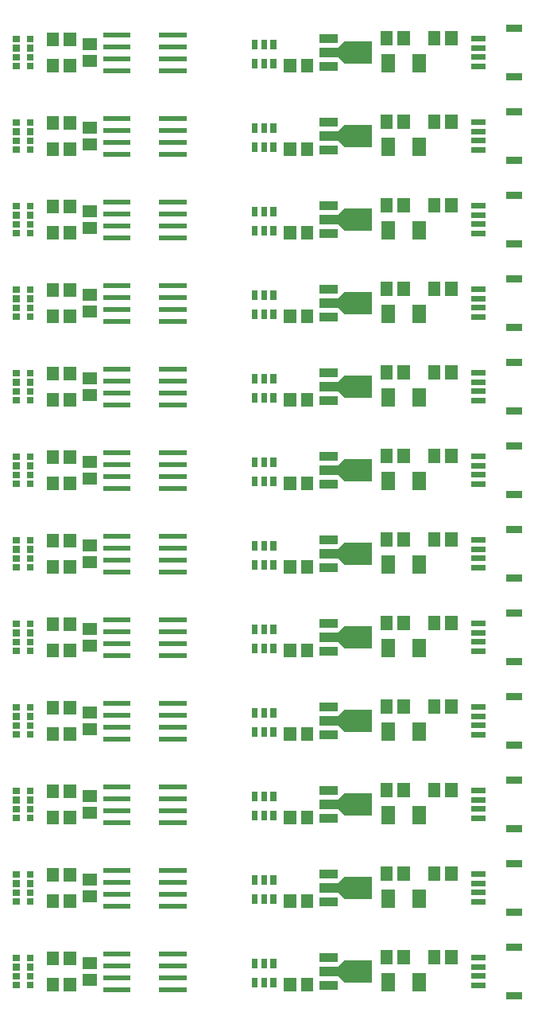
<source format=gbr>
G04 start of page 11 for group -4015 idx -4015 *
G04 Title: (unknown), toppaste *
G04 Creator: pcb 4.0.2 *
G04 CreationDate: Fri Mar 17 02:59:37 2023 UTC *
G04 For: railfan *
G04 Format: Gerber/RS-274X *
G04 PCB-Dimensions (mil): 3000.00 5500.00 *
G04 PCB-Coordinate-Origin: lower left *
%MOIN*%
%FSLAX25Y25*%
%LNTOPPASTE*%
%ADD52C,0.0001*%
G54D52*G36*
X228750Y466750D02*X223250D01*
Y459250D01*
X228750D01*
Y466750D01*
G37*
G36*
X215750D02*X210250D01*
Y459250D01*
X215750D01*
Y466750D01*
G37*
G36*
X85048Y466516D02*Y461398D01*
X90952D01*
Y466516D01*
X85048D01*
G37*
G36*
Y473602D02*Y468484D01*
X90952D01*
Y473602D01*
X85048D01*
G37*
G36*
X75016Y464952D02*X69898D01*
Y459048D01*
X75016D01*
Y464952D01*
G37*
G36*
X82102D02*X76984D01*
Y459048D01*
X82102D01*
Y464952D01*
G37*
G36*
X75016Y475952D02*X69898D01*
Y470048D01*
X75016D01*
Y475952D01*
G37*
G36*
X82102D02*X76984D01*
Y470048D01*
X82102D01*
Y475952D01*
G37*
G36*
X247949Y462775D02*Y460413D01*
X254051D01*
Y462775D01*
X247949D01*
G37*
G36*
Y466712D02*Y464350D01*
X254051D01*
Y466712D01*
X247949D01*
G37*
G36*
Y470650D02*Y468288D01*
X254051D01*
Y470650D01*
X247949D01*
G37*
G36*
Y474587D02*Y472225D01*
X254051D01*
Y474587D01*
X247949D01*
G37*
G36*
X262718Y458833D02*Y455733D01*
X269085D01*
Y458833D01*
X262718D01*
G37*
G36*
Y479267D02*Y476167D01*
X269085D01*
Y479267D01*
X262718D01*
G37*
G36*
X166100Y473000D02*X163700D01*
Y469000D01*
X166100D01*
Y473000D01*
G37*
G36*
X162200D02*X159800D01*
Y469000D01*
X162200D01*
Y473000D01*
G37*
G36*
X158300D02*X155900D01*
Y469000D01*
X158300D01*
Y473000D01*
G37*
G36*
Y464800D02*X155900D01*
Y460800D01*
X158300D01*
Y464800D01*
G37*
G36*
X162200D02*X159800D01*
Y460800D01*
X162200D01*
Y464800D01*
G37*
G36*
X166100D02*X163700D01*
Y460800D01*
X166100D01*
Y464800D01*
G37*
G36*
X184126Y475296D02*Y471516D01*
X192000D01*
Y475296D01*
X184126D01*
G37*
G36*
Y469390D02*Y465610D01*
X199716D01*
Y469390D01*
X184126D01*
G37*
G36*
X194835Y472225D02*Y462775D01*
X206175D01*
Y472225D01*
X194835D01*
G37*
G36*
X196255Y470805D02*X194835Y472225D01*
X191995Y469385D01*
X193415Y467965D01*
X196255Y470805D01*
G37*
G36*
X193415Y467035D02*X191995Y465615D01*
X194835Y462775D01*
X196255Y464195D01*
X193415Y467035D01*
G37*
G36*
X184126Y463484D02*Y459704D01*
X192000D01*
Y463484D01*
X184126D01*
G37*
G36*
X181602Y464952D02*X176484D01*
Y459048D01*
X181602D01*
Y464952D01*
G37*
G36*
X174516D02*X169398D01*
Y459048D01*
X174516D01*
Y464952D01*
G37*
G36*
X215016Y476452D02*X209898D01*
Y470548D01*
X215016D01*
Y476452D01*
G37*
G36*
X222102D02*X216984D01*
Y470548D01*
X222102D01*
Y476452D01*
G37*
G36*
X235016D02*X229898D01*
Y470548D01*
X235016D01*
Y476452D01*
G37*
G36*
X242102D02*X236984D01*
Y470548D01*
X242102D01*
Y476452D01*
G37*
G36*
X96500Y476000D02*Y474000D01*
X105000D01*
Y476000D01*
X96500D01*
G37*
G36*
Y471000D02*Y469000D01*
X105000D01*
Y471000D01*
X96500D01*
G37*
G36*
Y466000D02*Y464000D01*
X105000D01*
Y466000D01*
X96500D01*
G37*
G36*
Y461000D02*Y459000D01*
X105000D01*
Y461000D01*
X96500D01*
G37*
G36*
X117000D02*Y459000D01*
X125500D01*
Y461000D01*
X117000D01*
G37*
G36*
Y466000D02*Y464000D01*
X125500D01*
Y466000D01*
X117000D01*
G37*
G36*
Y471000D02*Y469000D01*
X125500D01*
Y471000D01*
X117000D01*
G37*
G36*
Y476000D02*Y474000D01*
X125500D01*
Y476000D01*
X117000D01*
G37*
G36*
X93500D02*Y474000D01*
X102000D01*
Y476000D01*
X93500D01*
G37*
G36*
Y471000D02*Y469000D01*
X102000D01*
Y471000D01*
X93500D01*
G37*
G36*
Y466000D02*Y464000D01*
X102000D01*
Y466000D01*
X93500D01*
G37*
G36*
Y461000D02*Y459000D01*
X102000D01*
Y461000D01*
X93500D01*
G37*
G36*
X120000D02*Y459000D01*
X128500D01*
Y461000D01*
X120000D01*
G37*
G36*
Y466000D02*Y464000D01*
X128500D01*
Y466000D01*
X120000D01*
G37*
G36*
Y471000D02*Y469000D01*
X128500D01*
Y471000D01*
X120000D01*
G37*
G36*
Y476000D02*Y474000D01*
X128500D01*
Y476000D01*
X120000D01*
G37*
G36*
X61574Y463190D02*Y460354D01*
X64410D01*
Y463190D01*
X61574D01*
G37*
G36*
Y467008D02*Y464173D01*
X64410D01*
Y467008D01*
X61574D01*
G37*
G36*
Y470827D02*Y467992D01*
X64410D01*
Y470827D01*
X61574D01*
G37*
G36*
Y474646D02*Y471810D01*
X64410D01*
Y474646D01*
X61574D01*
G37*
G36*
X55590D02*Y471810D01*
X58426D01*
Y474646D01*
X55590D01*
G37*
G36*
Y470827D02*Y467992D01*
X58426D01*
Y470827D01*
X55590D01*
G37*
G36*
Y467008D02*Y464173D01*
X58426D01*
Y467008D01*
X55590D01*
G37*
G36*
Y463190D02*Y460354D01*
X58426D01*
Y463190D01*
X55590D01*
G37*
G36*
X228750Y431750D02*X223250D01*
Y424250D01*
X228750D01*
Y431750D01*
G37*
G36*
X215750D02*X210250D01*
Y424250D01*
X215750D01*
Y431750D01*
G37*
G36*
X85048Y431516D02*Y426398D01*
X90952D01*
Y431516D01*
X85048D01*
G37*
G36*
Y438602D02*Y433484D01*
X90952D01*
Y438602D01*
X85048D01*
G37*
G36*
X75016Y429952D02*X69898D01*
Y424048D01*
X75016D01*
Y429952D01*
G37*
G36*
X82102D02*X76984D01*
Y424048D01*
X82102D01*
Y429952D01*
G37*
G36*
X75016Y440952D02*X69898D01*
Y435048D01*
X75016D01*
Y440952D01*
G37*
G36*
X82102D02*X76984D01*
Y435048D01*
X82102D01*
Y440952D01*
G37*
G36*
X247949Y427775D02*Y425413D01*
X254051D01*
Y427775D01*
X247949D01*
G37*
G36*
Y431712D02*Y429350D01*
X254051D01*
Y431712D01*
X247949D01*
G37*
G36*
Y435650D02*Y433288D01*
X254051D01*
Y435650D01*
X247949D01*
G37*
G36*
Y439587D02*Y437225D01*
X254051D01*
Y439587D01*
X247949D01*
G37*
G36*
X262718Y423833D02*Y420733D01*
X269085D01*
Y423833D01*
X262718D01*
G37*
G36*
Y444267D02*Y441167D01*
X269085D01*
Y444267D01*
X262718D01*
G37*
G36*
X166100Y438000D02*X163700D01*
Y434000D01*
X166100D01*
Y438000D01*
G37*
G36*
X162200D02*X159800D01*
Y434000D01*
X162200D01*
Y438000D01*
G37*
G36*
X158300D02*X155900D01*
Y434000D01*
X158300D01*
Y438000D01*
G37*
G36*
Y429800D02*X155900D01*
Y425800D01*
X158300D01*
Y429800D01*
G37*
G36*
X162200D02*X159800D01*
Y425800D01*
X162200D01*
Y429800D01*
G37*
G36*
X166100D02*X163700D01*
Y425800D01*
X166100D01*
Y429800D01*
G37*
G36*
X184126Y440296D02*Y436516D01*
X192000D01*
Y440296D01*
X184126D01*
G37*
G36*
Y434390D02*Y430610D01*
X199716D01*
Y434390D01*
X184126D01*
G37*
G36*
X194835Y437225D02*Y427775D01*
X206175D01*
Y437225D01*
X194835D01*
G37*
G36*
X196255Y435805D02*X194835Y437225D01*
X191995Y434385D01*
X193415Y432965D01*
X196255Y435805D01*
G37*
G36*
X193415Y432035D02*X191995Y430615D01*
X194835Y427775D01*
X196255Y429195D01*
X193415Y432035D01*
G37*
G36*
X184126Y428484D02*Y424704D01*
X192000D01*
Y428484D01*
X184126D01*
G37*
G36*
X181602Y429952D02*X176484D01*
Y424048D01*
X181602D01*
Y429952D01*
G37*
G36*
X174516D02*X169398D01*
Y424048D01*
X174516D01*
Y429952D01*
G37*
G36*
X215016Y441452D02*X209898D01*
Y435548D01*
X215016D01*
Y441452D01*
G37*
G36*
X222102D02*X216984D01*
Y435548D01*
X222102D01*
Y441452D01*
G37*
G36*
X235016D02*X229898D01*
Y435548D01*
X235016D01*
Y441452D01*
G37*
G36*
X242102D02*X236984D01*
Y435548D01*
X242102D01*
Y441452D01*
G37*
G36*
X96500Y441000D02*Y439000D01*
X105000D01*
Y441000D01*
X96500D01*
G37*
G36*
Y436000D02*Y434000D01*
X105000D01*
Y436000D01*
X96500D01*
G37*
G36*
Y431000D02*Y429000D01*
X105000D01*
Y431000D01*
X96500D01*
G37*
G36*
Y426000D02*Y424000D01*
X105000D01*
Y426000D01*
X96500D01*
G37*
G36*
X117000D02*Y424000D01*
X125500D01*
Y426000D01*
X117000D01*
G37*
G36*
Y431000D02*Y429000D01*
X125500D01*
Y431000D01*
X117000D01*
G37*
G36*
Y436000D02*Y434000D01*
X125500D01*
Y436000D01*
X117000D01*
G37*
G36*
Y441000D02*Y439000D01*
X125500D01*
Y441000D01*
X117000D01*
G37*
G36*
X93500D02*Y439000D01*
X102000D01*
Y441000D01*
X93500D01*
G37*
G36*
Y436000D02*Y434000D01*
X102000D01*
Y436000D01*
X93500D01*
G37*
G36*
Y431000D02*Y429000D01*
X102000D01*
Y431000D01*
X93500D01*
G37*
G36*
Y426000D02*Y424000D01*
X102000D01*
Y426000D01*
X93500D01*
G37*
G36*
X120000D02*Y424000D01*
X128500D01*
Y426000D01*
X120000D01*
G37*
G36*
Y431000D02*Y429000D01*
X128500D01*
Y431000D01*
X120000D01*
G37*
G36*
Y436000D02*Y434000D01*
X128500D01*
Y436000D01*
X120000D01*
G37*
G36*
Y441000D02*Y439000D01*
X128500D01*
Y441000D01*
X120000D01*
G37*
G36*
X61574Y428190D02*Y425354D01*
X64410D01*
Y428190D01*
X61574D01*
G37*
G36*
Y432008D02*Y429173D01*
X64410D01*
Y432008D01*
X61574D01*
G37*
G36*
Y435827D02*Y432992D01*
X64410D01*
Y435827D01*
X61574D01*
G37*
G36*
Y439646D02*Y436810D01*
X64410D01*
Y439646D01*
X61574D01*
G37*
G36*
X55590D02*Y436810D01*
X58426D01*
Y439646D01*
X55590D01*
G37*
G36*
Y435827D02*Y432992D01*
X58426D01*
Y435827D01*
X55590D01*
G37*
G36*
Y432008D02*Y429173D01*
X58426D01*
Y432008D01*
X55590D01*
G37*
G36*
Y428190D02*Y425354D01*
X58426D01*
Y428190D01*
X55590D01*
G37*
G36*
X228750Y396750D02*X223250D01*
Y389250D01*
X228750D01*
Y396750D01*
G37*
G36*
X215750D02*X210250D01*
Y389250D01*
X215750D01*
Y396750D01*
G37*
G36*
X85048Y396516D02*Y391398D01*
X90952D01*
Y396516D01*
X85048D01*
G37*
G36*
Y403602D02*Y398484D01*
X90952D01*
Y403602D01*
X85048D01*
G37*
G36*
X75016Y394952D02*X69898D01*
Y389048D01*
X75016D01*
Y394952D01*
G37*
G36*
X82102D02*X76984D01*
Y389048D01*
X82102D01*
Y394952D01*
G37*
G36*
X75016Y405952D02*X69898D01*
Y400048D01*
X75016D01*
Y405952D01*
G37*
G36*
X82102D02*X76984D01*
Y400048D01*
X82102D01*
Y405952D01*
G37*
G36*
X247949Y392775D02*Y390413D01*
X254051D01*
Y392775D01*
X247949D01*
G37*
G36*
Y396712D02*Y394350D01*
X254051D01*
Y396712D01*
X247949D01*
G37*
G36*
Y400650D02*Y398288D01*
X254051D01*
Y400650D01*
X247949D01*
G37*
G36*
Y404587D02*Y402225D01*
X254051D01*
Y404587D01*
X247949D01*
G37*
G36*
X262718Y388833D02*Y385733D01*
X269085D01*
Y388833D01*
X262718D01*
G37*
G36*
Y409267D02*Y406167D01*
X269085D01*
Y409267D01*
X262718D01*
G37*
G36*
X166100Y403000D02*X163700D01*
Y399000D01*
X166100D01*
Y403000D01*
G37*
G36*
X162200D02*X159800D01*
Y399000D01*
X162200D01*
Y403000D01*
G37*
G36*
X158300D02*X155900D01*
Y399000D01*
X158300D01*
Y403000D01*
G37*
G36*
Y394800D02*X155900D01*
Y390800D01*
X158300D01*
Y394800D01*
G37*
G36*
X162200D02*X159800D01*
Y390800D01*
X162200D01*
Y394800D01*
G37*
G36*
X166100D02*X163700D01*
Y390800D01*
X166100D01*
Y394800D01*
G37*
G36*
X184126Y405296D02*Y401516D01*
X192000D01*
Y405296D01*
X184126D01*
G37*
G36*
Y399390D02*Y395610D01*
X199716D01*
Y399390D01*
X184126D01*
G37*
G36*
X194835Y402225D02*Y392775D01*
X206175D01*
Y402225D01*
X194835D01*
G37*
G36*
X196255Y400805D02*X194835Y402225D01*
X191995Y399385D01*
X193415Y397965D01*
X196255Y400805D01*
G37*
G36*
X193415Y397035D02*X191995Y395615D01*
X194835Y392775D01*
X196255Y394195D01*
X193415Y397035D01*
G37*
G36*
X184126Y393484D02*Y389704D01*
X192000D01*
Y393484D01*
X184126D01*
G37*
G36*
X181602Y394952D02*X176484D01*
Y389048D01*
X181602D01*
Y394952D01*
G37*
G36*
X174516D02*X169398D01*
Y389048D01*
X174516D01*
Y394952D01*
G37*
G36*
X215016Y406452D02*X209898D01*
Y400548D01*
X215016D01*
Y406452D01*
G37*
G36*
X222102D02*X216984D01*
Y400548D01*
X222102D01*
Y406452D01*
G37*
G36*
X235016D02*X229898D01*
Y400548D01*
X235016D01*
Y406452D01*
G37*
G36*
X242102D02*X236984D01*
Y400548D01*
X242102D01*
Y406452D01*
G37*
G36*
X96500Y406000D02*Y404000D01*
X105000D01*
Y406000D01*
X96500D01*
G37*
G36*
Y401000D02*Y399000D01*
X105000D01*
Y401000D01*
X96500D01*
G37*
G36*
Y396000D02*Y394000D01*
X105000D01*
Y396000D01*
X96500D01*
G37*
G36*
Y391000D02*Y389000D01*
X105000D01*
Y391000D01*
X96500D01*
G37*
G36*
X117000D02*Y389000D01*
X125500D01*
Y391000D01*
X117000D01*
G37*
G36*
Y396000D02*Y394000D01*
X125500D01*
Y396000D01*
X117000D01*
G37*
G36*
Y401000D02*Y399000D01*
X125500D01*
Y401000D01*
X117000D01*
G37*
G36*
Y406000D02*Y404000D01*
X125500D01*
Y406000D01*
X117000D01*
G37*
G36*
X93500D02*Y404000D01*
X102000D01*
Y406000D01*
X93500D01*
G37*
G36*
Y401000D02*Y399000D01*
X102000D01*
Y401000D01*
X93500D01*
G37*
G36*
Y396000D02*Y394000D01*
X102000D01*
Y396000D01*
X93500D01*
G37*
G36*
Y391000D02*Y389000D01*
X102000D01*
Y391000D01*
X93500D01*
G37*
G36*
X120000D02*Y389000D01*
X128500D01*
Y391000D01*
X120000D01*
G37*
G36*
Y396000D02*Y394000D01*
X128500D01*
Y396000D01*
X120000D01*
G37*
G36*
Y401000D02*Y399000D01*
X128500D01*
Y401000D01*
X120000D01*
G37*
G36*
Y406000D02*Y404000D01*
X128500D01*
Y406000D01*
X120000D01*
G37*
G36*
X61574Y393190D02*Y390354D01*
X64410D01*
Y393190D01*
X61574D01*
G37*
G36*
Y397008D02*Y394174D01*
X64410D01*
Y397008D01*
X61574D01*
G37*
G36*
Y400826D02*Y397992D01*
X64410D01*
Y400826D01*
X61574D01*
G37*
G36*
Y404646D02*Y401810D01*
X64410D01*
Y404646D01*
X61574D01*
G37*
G36*
X55590D02*Y401810D01*
X58426D01*
Y404646D01*
X55590D01*
G37*
G36*
Y400826D02*Y397992D01*
X58426D01*
Y400826D01*
X55590D01*
G37*
G36*
Y397008D02*Y394174D01*
X58426D01*
Y397008D01*
X55590D01*
G37*
G36*
Y393190D02*Y390354D01*
X58426D01*
Y393190D01*
X55590D01*
G37*
G36*
X228750Y361750D02*X223250D01*
Y354250D01*
X228750D01*
Y361750D01*
G37*
G36*
X215750D02*X210250D01*
Y354250D01*
X215750D01*
Y361750D01*
G37*
G36*
X85048Y361516D02*Y356398D01*
X90952D01*
Y361516D01*
X85048D01*
G37*
G36*
Y368602D02*Y363484D01*
X90952D01*
Y368602D01*
X85048D01*
G37*
G36*
X75016Y359952D02*X69898D01*
Y354048D01*
X75016D01*
Y359952D01*
G37*
G36*
X82102D02*X76984D01*
Y354048D01*
X82102D01*
Y359952D01*
G37*
G36*
X75016Y370952D02*X69898D01*
Y365048D01*
X75016D01*
Y370952D01*
G37*
G36*
X82102D02*X76984D01*
Y365048D01*
X82102D01*
Y370952D01*
G37*
G36*
X247949Y357775D02*Y355413D01*
X254051D01*
Y357775D01*
X247949D01*
G37*
G36*
Y361712D02*Y359350D01*
X254051D01*
Y361712D01*
X247949D01*
G37*
G36*
Y365650D02*Y363288D01*
X254051D01*
Y365650D01*
X247949D01*
G37*
G36*
Y369587D02*Y367225D01*
X254051D01*
Y369587D01*
X247949D01*
G37*
G36*
X262718Y353833D02*Y350733D01*
X269085D01*
Y353833D01*
X262718D01*
G37*
G36*
Y374267D02*Y371167D01*
X269085D01*
Y374267D01*
X262718D01*
G37*
G36*
X166100Y368000D02*X163700D01*
Y364000D01*
X166100D01*
Y368000D01*
G37*
G36*
X162200D02*X159800D01*
Y364000D01*
X162200D01*
Y368000D01*
G37*
G36*
X158300D02*X155900D01*
Y364000D01*
X158300D01*
Y368000D01*
G37*
G36*
Y359800D02*X155900D01*
Y355800D01*
X158300D01*
Y359800D01*
G37*
G36*
X162200D02*X159800D01*
Y355800D01*
X162200D01*
Y359800D01*
G37*
G36*
X166100D02*X163700D01*
Y355800D01*
X166100D01*
Y359800D01*
G37*
G36*
X184126Y370296D02*Y366516D01*
X192000D01*
Y370296D01*
X184126D01*
G37*
G36*
Y364390D02*Y360610D01*
X199716D01*
Y364390D01*
X184126D01*
G37*
G36*
X194835Y367225D02*Y357775D01*
X206175D01*
Y367225D01*
X194835D01*
G37*
G36*
X196255Y365805D02*X194835Y367225D01*
X191995Y364385D01*
X193415Y362965D01*
X196255Y365805D01*
G37*
G36*
X193415Y362035D02*X191995Y360615D01*
X194835Y357775D01*
X196255Y359195D01*
X193415Y362035D01*
G37*
G36*
X184126Y358484D02*Y354704D01*
X192000D01*
Y358484D01*
X184126D01*
G37*
G36*
X181602Y359952D02*X176484D01*
Y354048D01*
X181602D01*
Y359952D01*
G37*
G36*
X174516D02*X169398D01*
Y354048D01*
X174516D01*
Y359952D01*
G37*
G36*
X215016Y371452D02*X209898D01*
Y365548D01*
X215016D01*
Y371452D01*
G37*
G36*
X222102D02*X216984D01*
Y365548D01*
X222102D01*
Y371452D01*
G37*
G36*
X235016D02*X229898D01*
Y365548D01*
X235016D01*
Y371452D01*
G37*
G36*
X242102D02*X236984D01*
Y365548D01*
X242102D01*
Y371452D01*
G37*
G36*
X96500Y371000D02*Y369000D01*
X105000D01*
Y371000D01*
X96500D01*
G37*
G36*
Y366000D02*Y364000D01*
X105000D01*
Y366000D01*
X96500D01*
G37*
G36*
Y361000D02*Y359000D01*
X105000D01*
Y361000D01*
X96500D01*
G37*
G36*
Y356000D02*Y354000D01*
X105000D01*
Y356000D01*
X96500D01*
G37*
G36*
X117000D02*Y354000D01*
X125500D01*
Y356000D01*
X117000D01*
G37*
G36*
Y361000D02*Y359000D01*
X125500D01*
Y361000D01*
X117000D01*
G37*
G36*
Y366000D02*Y364000D01*
X125500D01*
Y366000D01*
X117000D01*
G37*
G36*
Y371000D02*Y369000D01*
X125500D01*
Y371000D01*
X117000D01*
G37*
G36*
X93500D02*Y369000D01*
X102000D01*
Y371000D01*
X93500D01*
G37*
G36*
Y366000D02*Y364000D01*
X102000D01*
Y366000D01*
X93500D01*
G37*
G36*
Y361000D02*Y359000D01*
X102000D01*
Y361000D01*
X93500D01*
G37*
G36*
Y356000D02*Y354000D01*
X102000D01*
Y356000D01*
X93500D01*
G37*
G36*
X120000D02*Y354000D01*
X128500D01*
Y356000D01*
X120000D01*
G37*
G36*
Y361000D02*Y359000D01*
X128500D01*
Y361000D01*
X120000D01*
G37*
G36*
Y366000D02*Y364000D01*
X128500D01*
Y366000D01*
X120000D01*
G37*
G36*
Y371000D02*Y369000D01*
X128500D01*
Y371000D01*
X120000D01*
G37*
G36*
X61574Y358190D02*Y355354D01*
X64410D01*
Y358190D01*
X61574D01*
G37*
G36*
Y362008D02*Y359174D01*
X64410D01*
Y362008D01*
X61574D01*
G37*
G36*
Y365826D02*Y362992D01*
X64410D01*
Y365826D01*
X61574D01*
G37*
G36*
Y369646D02*Y366810D01*
X64410D01*
Y369646D01*
X61574D01*
G37*
G36*
X55590D02*Y366810D01*
X58426D01*
Y369646D01*
X55590D01*
G37*
G36*
Y365826D02*Y362992D01*
X58426D01*
Y365826D01*
X55590D01*
G37*
G36*
Y362008D02*Y359174D01*
X58426D01*
Y362008D01*
X55590D01*
G37*
G36*
Y358190D02*Y355354D01*
X58426D01*
Y358190D01*
X55590D01*
G37*
G36*
X228750Y326750D02*X223250D01*
Y319250D01*
X228750D01*
Y326750D01*
G37*
G36*
X215750D02*X210250D01*
Y319250D01*
X215750D01*
Y326750D01*
G37*
G36*
X85048Y326516D02*Y321398D01*
X90952D01*
Y326516D01*
X85048D01*
G37*
G36*
Y333602D02*Y328484D01*
X90952D01*
Y333602D01*
X85048D01*
G37*
G36*
X75016Y324952D02*X69898D01*
Y319048D01*
X75016D01*
Y324952D01*
G37*
G36*
X82102D02*X76984D01*
Y319048D01*
X82102D01*
Y324952D01*
G37*
G36*
X75016Y335952D02*X69898D01*
Y330048D01*
X75016D01*
Y335952D01*
G37*
G36*
X82102D02*X76984D01*
Y330048D01*
X82102D01*
Y335952D01*
G37*
G36*
X247949Y322775D02*Y320413D01*
X254051D01*
Y322775D01*
X247949D01*
G37*
G36*
Y326712D02*Y324350D01*
X254051D01*
Y326712D01*
X247949D01*
G37*
G36*
Y330650D02*Y328288D01*
X254051D01*
Y330650D01*
X247949D01*
G37*
G36*
Y334587D02*Y332225D01*
X254051D01*
Y334587D01*
X247949D01*
G37*
G36*
X262718Y318833D02*Y315733D01*
X269085D01*
Y318833D01*
X262718D01*
G37*
G36*
Y339267D02*Y336167D01*
X269085D01*
Y339267D01*
X262718D01*
G37*
G36*
X166100Y333000D02*X163700D01*
Y329000D01*
X166100D01*
Y333000D01*
G37*
G36*
X162200D02*X159800D01*
Y329000D01*
X162200D01*
Y333000D01*
G37*
G36*
X158300D02*X155900D01*
Y329000D01*
X158300D01*
Y333000D01*
G37*
G36*
Y324800D02*X155900D01*
Y320800D01*
X158300D01*
Y324800D01*
G37*
G36*
X162200D02*X159800D01*
Y320800D01*
X162200D01*
Y324800D01*
G37*
G36*
X166100D02*X163700D01*
Y320800D01*
X166100D01*
Y324800D01*
G37*
G36*
X184126Y335296D02*Y331516D01*
X192000D01*
Y335296D01*
X184126D01*
G37*
G36*
Y329390D02*Y325610D01*
X199716D01*
Y329390D01*
X184126D01*
G37*
G36*
X194835Y332225D02*Y322775D01*
X206175D01*
Y332225D01*
X194835D01*
G37*
G36*
X196255Y330805D02*X194835Y332225D01*
X191995Y329385D01*
X193415Y327965D01*
X196255Y330805D01*
G37*
G36*
X193415Y327035D02*X191995Y325615D01*
X194835Y322775D01*
X196255Y324195D01*
X193415Y327035D01*
G37*
G36*
X184126Y323484D02*Y319704D01*
X192000D01*
Y323484D01*
X184126D01*
G37*
G36*
X181602Y324952D02*X176484D01*
Y319048D01*
X181602D01*
Y324952D01*
G37*
G36*
X174516D02*X169398D01*
Y319048D01*
X174516D01*
Y324952D01*
G37*
G36*
X215016Y336452D02*X209898D01*
Y330548D01*
X215016D01*
Y336452D01*
G37*
G36*
X222102D02*X216984D01*
Y330548D01*
X222102D01*
Y336452D01*
G37*
G36*
X235016D02*X229898D01*
Y330548D01*
X235016D01*
Y336452D01*
G37*
G36*
X242102D02*X236984D01*
Y330548D01*
X242102D01*
Y336452D01*
G37*
G36*
X96500Y336000D02*Y334000D01*
X105000D01*
Y336000D01*
X96500D01*
G37*
G36*
Y331000D02*Y329000D01*
X105000D01*
Y331000D01*
X96500D01*
G37*
G36*
Y326000D02*Y324000D01*
X105000D01*
Y326000D01*
X96500D01*
G37*
G36*
Y321000D02*Y319000D01*
X105000D01*
Y321000D01*
X96500D01*
G37*
G36*
X117000D02*Y319000D01*
X125500D01*
Y321000D01*
X117000D01*
G37*
G36*
Y326000D02*Y324000D01*
X125500D01*
Y326000D01*
X117000D01*
G37*
G36*
Y331000D02*Y329000D01*
X125500D01*
Y331000D01*
X117000D01*
G37*
G36*
Y336000D02*Y334000D01*
X125500D01*
Y336000D01*
X117000D01*
G37*
G36*
X93500D02*Y334000D01*
X102000D01*
Y336000D01*
X93500D01*
G37*
G36*
Y331000D02*Y329000D01*
X102000D01*
Y331000D01*
X93500D01*
G37*
G36*
Y326000D02*Y324000D01*
X102000D01*
Y326000D01*
X93500D01*
G37*
G36*
Y321000D02*Y319000D01*
X102000D01*
Y321000D01*
X93500D01*
G37*
G36*
X120000D02*Y319000D01*
X128500D01*
Y321000D01*
X120000D01*
G37*
G36*
Y326000D02*Y324000D01*
X128500D01*
Y326000D01*
X120000D01*
G37*
G36*
Y331000D02*Y329000D01*
X128500D01*
Y331000D01*
X120000D01*
G37*
G36*
Y336000D02*Y334000D01*
X128500D01*
Y336000D01*
X120000D01*
G37*
G36*
X61574Y323190D02*Y320354D01*
X64410D01*
Y323190D01*
X61574D01*
G37*
G36*
Y327008D02*Y324174D01*
X64410D01*
Y327008D01*
X61574D01*
G37*
G36*
Y330826D02*Y327992D01*
X64410D01*
Y330826D01*
X61574D01*
G37*
G36*
Y334646D02*Y331810D01*
X64410D01*
Y334646D01*
X61574D01*
G37*
G36*
X55590D02*Y331810D01*
X58426D01*
Y334646D01*
X55590D01*
G37*
G36*
Y330826D02*Y327992D01*
X58426D01*
Y330826D01*
X55590D01*
G37*
G36*
Y327008D02*Y324174D01*
X58426D01*
Y327008D01*
X55590D01*
G37*
G36*
Y323190D02*Y320354D01*
X58426D01*
Y323190D01*
X55590D01*
G37*
G36*
X228750Y291750D02*X223250D01*
Y284250D01*
X228750D01*
Y291750D01*
G37*
G36*
X215750D02*X210250D01*
Y284250D01*
X215750D01*
Y291750D01*
G37*
G36*
X85048Y291516D02*Y286398D01*
X90952D01*
Y291516D01*
X85048D01*
G37*
G36*
Y298602D02*Y293484D01*
X90952D01*
Y298602D01*
X85048D01*
G37*
G36*
X75016Y289952D02*X69898D01*
Y284048D01*
X75016D01*
Y289952D01*
G37*
G36*
X82102D02*X76984D01*
Y284048D01*
X82102D01*
Y289952D01*
G37*
G36*
X75016Y300952D02*X69898D01*
Y295048D01*
X75016D01*
Y300952D01*
G37*
G36*
X82102D02*X76984D01*
Y295048D01*
X82102D01*
Y300952D01*
G37*
G36*
X247949Y287775D02*Y285413D01*
X254051D01*
Y287775D01*
X247949D01*
G37*
G36*
Y291712D02*Y289350D01*
X254051D01*
Y291712D01*
X247949D01*
G37*
G36*
Y295650D02*Y293288D01*
X254051D01*
Y295650D01*
X247949D01*
G37*
G36*
Y299587D02*Y297225D01*
X254051D01*
Y299587D01*
X247949D01*
G37*
G36*
X262718Y283833D02*Y280733D01*
X269085D01*
Y283833D01*
X262718D01*
G37*
G36*
Y304267D02*Y301167D01*
X269085D01*
Y304267D01*
X262718D01*
G37*
G36*
X166100Y298000D02*X163700D01*
Y294000D01*
X166100D01*
Y298000D01*
G37*
G36*
X162200D02*X159800D01*
Y294000D01*
X162200D01*
Y298000D01*
G37*
G36*
X158300D02*X155900D01*
Y294000D01*
X158300D01*
Y298000D01*
G37*
G36*
Y289800D02*X155900D01*
Y285800D01*
X158300D01*
Y289800D01*
G37*
G36*
X162200D02*X159800D01*
Y285800D01*
X162200D01*
Y289800D01*
G37*
G36*
X166100D02*X163700D01*
Y285800D01*
X166100D01*
Y289800D01*
G37*
G36*
X184126Y300296D02*Y296516D01*
X192000D01*
Y300296D01*
X184126D01*
G37*
G36*
Y294390D02*Y290610D01*
X199716D01*
Y294390D01*
X184126D01*
G37*
G36*
X194835Y297225D02*Y287775D01*
X206175D01*
Y297225D01*
X194835D01*
G37*
G36*
X196255Y295805D02*X194835Y297225D01*
X191995Y294385D01*
X193415Y292965D01*
X196255Y295805D01*
G37*
G36*
X193415Y292035D02*X191995Y290615D01*
X194835Y287775D01*
X196255Y289195D01*
X193415Y292035D01*
G37*
G36*
X184126Y288484D02*Y284704D01*
X192000D01*
Y288484D01*
X184126D01*
G37*
G36*
X181602Y289952D02*X176484D01*
Y284048D01*
X181602D01*
Y289952D01*
G37*
G36*
X174516D02*X169398D01*
Y284048D01*
X174516D01*
Y289952D01*
G37*
G36*
X215016Y301452D02*X209898D01*
Y295548D01*
X215016D01*
Y301452D01*
G37*
G36*
X222102D02*X216984D01*
Y295548D01*
X222102D01*
Y301452D01*
G37*
G36*
X235016D02*X229898D01*
Y295548D01*
X235016D01*
Y301452D01*
G37*
G36*
X242102D02*X236984D01*
Y295548D01*
X242102D01*
Y301452D01*
G37*
G36*
X96500Y301000D02*Y299000D01*
X105000D01*
Y301000D01*
X96500D01*
G37*
G36*
Y296000D02*Y294000D01*
X105000D01*
Y296000D01*
X96500D01*
G37*
G36*
Y291000D02*Y289000D01*
X105000D01*
Y291000D01*
X96500D01*
G37*
G36*
Y286000D02*Y284000D01*
X105000D01*
Y286000D01*
X96500D01*
G37*
G36*
X117000D02*Y284000D01*
X125500D01*
Y286000D01*
X117000D01*
G37*
G36*
Y291000D02*Y289000D01*
X125500D01*
Y291000D01*
X117000D01*
G37*
G36*
Y296000D02*Y294000D01*
X125500D01*
Y296000D01*
X117000D01*
G37*
G36*
Y301000D02*Y299000D01*
X125500D01*
Y301000D01*
X117000D01*
G37*
G36*
X93500D02*Y299000D01*
X102000D01*
Y301000D01*
X93500D01*
G37*
G36*
Y296000D02*Y294000D01*
X102000D01*
Y296000D01*
X93500D01*
G37*
G36*
Y291000D02*Y289000D01*
X102000D01*
Y291000D01*
X93500D01*
G37*
G36*
Y286000D02*Y284000D01*
X102000D01*
Y286000D01*
X93500D01*
G37*
G36*
X120000D02*Y284000D01*
X128500D01*
Y286000D01*
X120000D01*
G37*
G36*
Y291000D02*Y289000D01*
X128500D01*
Y291000D01*
X120000D01*
G37*
G36*
Y296000D02*Y294000D01*
X128500D01*
Y296000D01*
X120000D01*
G37*
G36*
Y301000D02*Y299000D01*
X128500D01*
Y301000D01*
X120000D01*
G37*
G36*
X61574Y288190D02*Y285354D01*
X64410D01*
Y288190D01*
X61574D01*
G37*
G36*
Y292008D02*Y289174D01*
X64410D01*
Y292008D01*
X61574D01*
G37*
G36*
Y295826D02*Y292992D01*
X64410D01*
Y295826D01*
X61574D01*
G37*
G36*
Y299646D02*Y296810D01*
X64410D01*
Y299646D01*
X61574D01*
G37*
G36*
X55590D02*Y296810D01*
X58426D01*
Y299646D01*
X55590D01*
G37*
G36*
Y295826D02*Y292992D01*
X58426D01*
Y295826D01*
X55590D01*
G37*
G36*
Y292008D02*Y289174D01*
X58426D01*
Y292008D01*
X55590D01*
G37*
G36*
Y288190D02*Y285354D01*
X58426D01*
Y288190D01*
X55590D01*
G37*
G36*
X228750Y256750D02*X223250D01*
Y249250D01*
X228750D01*
Y256750D01*
G37*
G36*
X215750D02*X210250D01*
Y249250D01*
X215750D01*
Y256750D01*
G37*
G36*
X85048Y256516D02*Y251398D01*
X90952D01*
Y256516D01*
X85048D01*
G37*
G36*
Y263602D02*Y258484D01*
X90952D01*
Y263602D01*
X85048D01*
G37*
G36*
X75016Y254952D02*X69898D01*
Y249048D01*
X75016D01*
Y254952D01*
G37*
G36*
X82102D02*X76984D01*
Y249048D01*
X82102D01*
Y254952D01*
G37*
G36*
X75016Y265952D02*X69898D01*
Y260048D01*
X75016D01*
Y265952D01*
G37*
G36*
X82102D02*X76984D01*
Y260048D01*
X82102D01*
Y265952D01*
G37*
G36*
X247949Y252775D02*Y250413D01*
X254051D01*
Y252775D01*
X247949D01*
G37*
G36*
Y256712D02*Y254350D01*
X254051D01*
Y256712D01*
X247949D01*
G37*
G36*
Y260650D02*Y258288D01*
X254051D01*
Y260650D01*
X247949D01*
G37*
G36*
Y264587D02*Y262225D01*
X254051D01*
Y264587D01*
X247949D01*
G37*
G36*
X262718Y248833D02*Y245733D01*
X269085D01*
Y248833D01*
X262718D01*
G37*
G36*
Y269267D02*Y266167D01*
X269085D01*
Y269267D01*
X262718D01*
G37*
G36*
X166100Y263000D02*X163700D01*
Y259000D01*
X166100D01*
Y263000D01*
G37*
G36*
X162200D02*X159800D01*
Y259000D01*
X162200D01*
Y263000D01*
G37*
G36*
X158300D02*X155900D01*
Y259000D01*
X158300D01*
Y263000D01*
G37*
G36*
Y254800D02*X155900D01*
Y250800D01*
X158300D01*
Y254800D01*
G37*
G36*
X162200D02*X159800D01*
Y250800D01*
X162200D01*
Y254800D01*
G37*
G36*
X166100D02*X163700D01*
Y250800D01*
X166100D01*
Y254800D01*
G37*
G36*
X184126Y265296D02*Y261516D01*
X192000D01*
Y265296D01*
X184126D01*
G37*
G36*
Y259390D02*Y255610D01*
X199716D01*
Y259390D01*
X184126D01*
G37*
G36*
X194835Y262225D02*Y252775D01*
X206175D01*
Y262225D01*
X194835D01*
G37*
G36*
X196255Y260805D02*X194835Y262225D01*
X191995Y259385D01*
X193415Y257965D01*
X196255Y260805D01*
G37*
G36*
X193415Y257035D02*X191995Y255615D01*
X194835Y252775D01*
X196255Y254195D01*
X193415Y257035D01*
G37*
G36*
X184126Y253484D02*Y249704D01*
X192000D01*
Y253484D01*
X184126D01*
G37*
G36*
X181602Y254952D02*X176484D01*
Y249048D01*
X181602D01*
Y254952D01*
G37*
G36*
X174516D02*X169398D01*
Y249048D01*
X174516D01*
Y254952D01*
G37*
G36*
X215016Y266452D02*X209898D01*
Y260548D01*
X215016D01*
Y266452D01*
G37*
G36*
X222102D02*X216984D01*
Y260548D01*
X222102D01*
Y266452D01*
G37*
G36*
X235016D02*X229898D01*
Y260548D01*
X235016D01*
Y266452D01*
G37*
G36*
X242102D02*X236984D01*
Y260548D01*
X242102D01*
Y266452D01*
G37*
G36*
X96500Y266000D02*Y264000D01*
X105000D01*
Y266000D01*
X96500D01*
G37*
G36*
Y261000D02*Y259000D01*
X105000D01*
Y261000D01*
X96500D01*
G37*
G36*
Y256000D02*Y254000D01*
X105000D01*
Y256000D01*
X96500D01*
G37*
G36*
Y251000D02*Y249000D01*
X105000D01*
Y251000D01*
X96500D01*
G37*
G36*
X117000D02*Y249000D01*
X125500D01*
Y251000D01*
X117000D01*
G37*
G36*
Y256000D02*Y254000D01*
X125500D01*
Y256000D01*
X117000D01*
G37*
G36*
Y261000D02*Y259000D01*
X125500D01*
Y261000D01*
X117000D01*
G37*
G36*
Y266000D02*Y264000D01*
X125500D01*
Y266000D01*
X117000D01*
G37*
G36*
X93500D02*Y264000D01*
X102000D01*
Y266000D01*
X93500D01*
G37*
G36*
Y261000D02*Y259000D01*
X102000D01*
Y261000D01*
X93500D01*
G37*
G36*
Y256000D02*Y254000D01*
X102000D01*
Y256000D01*
X93500D01*
G37*
G36*
Y251000D02*Y249000D01*
X102000D01*
Y251000D01*
X93500D01*
G37*
G36*
X120000D02*Y249000D01*
X128500D01*
Y251000D01*
X120000D01*
G37*
G36*
Y256000D02*Y254000D01*
X128500D01*
Y256000D01*
X120000D01*
G37*
G36*
Y261000D02*Y259000D01*
X128500D01*
Y261000D01*
X120000D01*
G37*
G36*
Y266000D02*Y264000D01*
X128500D01*
Y266000D01*
X120000D01*
G37*
G36*
X61574Y253190D02*Y250354D01*
X64410D01*
Y253190D01*
X61574D01*
G37*
G36*
Y257008D02*Y254174D01*
X64410D01*
Y257008D01*
X61574D01*
G37*
G36*
Y260826D02*Y257992D01*
X64410D01*
Y260826D01*
X61574D01*
G37*
G36*
Y264646D02*Y261810D01*
X64410D01*
Y264646D01*
X61574D01*
G37*
G36*
X55590D02*Y261810D01*
X58426D01*
Y264646D01*
X55590D01*
G37*
G36*
Y260826D02*Y257992D01*
X58426D01*
Y260826D01*
X55590D01*
G37*
G36*
Y257008D02*Y254174D01*
X58426D01*
Y257008D01*
X55590D01*
G37*
G36*
Y253190D02*Y250354D01*
X58426D01*
Y253190D01*
X55590D01*
G37*
G36*
X228750Y221750D02*X223250D01*
Y214250D01*
X228750D01*
Y221750D01*
G37*
G36*
X215750D02*X210250D01*
Y214250D01*
X215750D01*
Y221750D01*
G37*
G36*
X85048Y221516D02*Y216398D01*
X90952D01*
Y221516D01*
X85048D01*
G37*
G36*
Y228602D02*Y223484D01*
X90952D01*
Y228602D01*
X85048D01*
G37*
G36*
X75016Y219952D02*X69898D01*
Y214048D01*
X75016D01*
Y219952D01*
G37*
G36*
X82102D02*X76984D01*
Y214048D01*
X82102D01*
Y219952D01*
G37*
G36*
X75016Y230952D02*X69898D01*
Y225048D01*
X75016D01*
Y230952D01*
G37*
G36*
X82102D02*X76984D01*
Y225048D01*
X82102D01*
Y230952D01*
G37*
G36*
X247949Y217775D02*Y215413D01*
X254051D01*
Y217775D01*
X247949D01*
G37*
G36*
Y221712D02*Y219350D01*
X254051D01*
Y221712D01*
X247949D01*
G37*
G36*
Y225650D02*Y223288D01*
X254051D01*
Y225650D01*
X247949D01*
G37*
G36*
Y229587D02*Y227225D01*
X254051D01*
Y229587D01*
X247949D01*
G37*
G36*
X262718Y213833D02*Y210733D01*
X269085D01*
Y213833D01*
X262718D01*
G37*
G36*
Y234267D02*Y231167D01*
X269085D01*
Y234267D01*
X262718D01*
G37*
G36*
X166100Y228000D02*X163700D01*
Y224000D01*
X166100D01*
Y228000D01*
G37*
G36*
X162200D02*X159800D01*
Y224000D01*
X162200D01*
Y228000D01*
G37*
G36*
X158300D02*X155900D01*
Y224000D01*
X158300D01*
Y228000D01*
G37*
G36*
Y219800D02*X155900D01*
Y215800D01*
X158300D01*
Y219800D01*
G37*
G36*
X162200D02*X159800D01*
Y215800D01*
X162200D01*
Y219800D01*
G37*
G36*
X166100D02*X163700D01*
Y215800D01*
X166100D01*
Y219800D01*
G37*
G36*
X184126Y230296D02*Y226516D01*
X192000D01*
Y230296D01*
X184126D01*
G37*
G36*
Y224390D02*Y220610D01*
X199716D01*
Y224390D01*
X184126D01*
G37*
G36*
X194835Y227225D02*Y217775D01*
X206175D01*
Y227225D01*
X194835D01*
G37*
G36*
X196255Y225805D02*X194835Y227225D01*
X191995Y224385D01*
X193415Y222965D01*
X196255Y225805D01*
G37*
G36*
X193415Y222035D02*X191995Y220615D01*
X194835Y217775D01*
X196255Y219195D01*
X193415Y222035D01*
G37*
G36*
X184126Y218484D02*Y214704D01*
X192000D01*
Y218484D01*
X184126D01*
G37*
G36*
X181602Y219952D02*X176484D01*
Y214048D01*
X181602D01*
Y219952D01*
G37*
G36*
X174516D02*X169398D01*
Y214048D01*
X174516D01*
Y219952D01*
G37*
G36*
X215016Y231452D02*X209898D01*
Y225548D01*
X215016D01*
Y231452D01*
G37*
G36*
X222102D02*X216984D01*
Y225548D01*
X222102D01*
Y231452D01*
G37*
G36*
X235016D02*X229898D01*
Y225548D01*
X235016D01*
Y231452D01*
G37*
G36*
X242102D02*X236984D01*
Y225548D01*
X242102D01*
Y231452D01*
G37*
G36*
X96500Y231000D02*Y229000D01*
X105000D01*
Y231000D01*
X96500D01*
G37*
G36*
Y226000D02*Y224000D01*
X105000D01*
Y226000D01*
X96500D01*
G37*
G36*
Y221000D02*Y219000D01*
X105000D01*
Y221000D01*
X96500D01*
G37*
G36*
Y216000D02*Y214000D01*
X105000D01*
Y216000D01*
X96500D01*
G37*
G36*
X117000D02*Y214000D01*
X125500D01*
Y216000D01*
X117000D01*
G37*
G36*
Y221000D02*Y219000D01*
X125500D01*
Y221000D01*
X117000D01*
G37*
G36*
Y226000D02*Y224000D01*
X125500D01*
Y226000D01*
X117000D01*
G37*
G36*
Y231000D02*Y229000D01*
X125500D01*
Y231000D01*
X117000D01*
G37*
G36*
X93500D02*Y229000D01*
X102000D01*
Y231000D01*
X93500D01*
G37*
G36*
Y226000D02*Y224000D01*
X102000D01*
Y226000D01*
X93500D01*
G37*
G36*
Y221000D02*Y219000D01*
X102000D01*
Y221000D01*
X93500D01*
G37*
G36*
Y216000D02*Y214000D01*
X102000D01*
Y216000D01*
X93500D01*
G37*
G36*
X120000D02*Y214000D01*
X128500D01*
Y216000D01*
X120000D01*
G37*
G36*
Y221000D02*Y219000D01*
X128500D01*
Y221000D01*
X120000D01*
G37*
G36*
Y226000D02*Y224000D01*
X128500D01*
Y226000D01*
X120000D01*
G37*
G36*
Y231000D02*Y229000D01*
X128500D01*
Y231000D01*
X120000D01*
G37*
G36*
X61574Y218190D02*Y215354D01*
X64410D01*
Y218190D01*
X61574D01*
G37*
G36*
Y222008D02*Y219174D01*
X64410D01*
Y222008D01*
X61574D01*
G37*
G36*
Y225826D02*Y222992D01*
X64410D01*
Y225826D01*
X61574D01*
G37*
G36*
Y229646D02*Y226810D01*
X64410D01*
Y229646D01*
X61574D01*
G37*
G36*
X55590D02*Y226810D01*
X58426D01*
Y229646D01*
X55590D01*
G37*
G36*
Y225826D02*Y222992D01*
X58426D01*
Y225826D01*
X55590D01*
G37*
G36*
Y222008D02*Y219174D01*
X58426D01*
Y222008D01*
X55590D01*
G37*
G36*
Y218190D02*Y215354D01*
X58426D01*
Y218190D01*
X55590D01*
G37*
G36*
X228750Y186750D02*X223250D01*
Y179250D01*
X228750D01*
Y186750D01*
G37*
G36*
X215750D02*X210250D01*
Y179250D01*
X215750D01*
Y186750D01*
G37*
G36*
X85048Y186516D02*Y181398D01*
X90952D01*
Y186516D01*
X85048D01*
G37*
G36*
Y193602D02*Y188484D01*
X90952D01*
Y193602D01*
X85048D01*
G37*
G36*
X75016Y184952D02*X69898D01*
Y179048D01*
X75016D01*
Y184952D01*
G37*
G36*
X82102D02*X76984D01*
Y179048D01*
X82102D01*
Y184952D01*
G37*
G36*
X75016Y195952D02*X69898D01*
Y190048D01*
X75016D01*
Y195952D01*
G37*
G36*
X82102D02*X76984D01*
Y190048D01*
X82102D01*
Y195952D01*
G37*
G36*
X247949Y182775D02*Y180413D01*
X254051D01*
Y182775D01*
X247949D01*
G37*
G36*
Y186712D02*Y184350D01*
X254051D01*
Y186712D01*
X247949D01*
G37*
G36*
Y190650D02*Y188288D01*
X254051D01*
Y190650D01*
X247949D01*
G37*
G36*
Y194587D02*Y192225D01*
X254051D01*
Y194587D01*
X247949D01*
G37*
G36*
X262718Y178833D02*Y175733D01*
X269085D01*
Y178833D01*
X262718D01*
G37*
G36*
Y199267D02*Y196167D01*
X269085D01*
Y199267D01*
X262718D01*
G37*
G36*
X166100Y193000D02*X163700D01*
Y189000D01*
X166100D01*
Y193000D01*
G37*
G36*
X162200D02*X159800D01*
Y189000D01*
X162200D01*
Y193000D01*
G37*
G36*
X158300D02*X155900D01*
Y189000D01*
X158300D01*
Y193000D01*
G37*
G36*
Y184800D02*X155900D01*
Y180800D01*
X158300D01*
Y184800D01*
G37*
G36*
X162200D02*X159800D01*
Y180800D01*
X162200D01*
Y184800D01*
G37*
G36*
X166100D02*X163700D01*
Y180800D01*
X166100D01*
Y184800D01*
G37*
G36*
X184126Y195296D02*Y191516D01*
X192000D01*
Y195296D01*
X184126D01*
G37*
G36*
Y189390D02*Y185610D01*
X199716D01*
Y189390D01*
X184126D01*
G37*
G36*
X194835Y192225D02*Y182775D01*
X206175D01*
Y192225D01*
X194835D01*
G37*
G36*
X196255Y190805D02*X194835Y192225D01*
X191995Y189385D01*
X193415Y187965D01*
X196255Y190805D01*
G37*
G36*
X193415Y187035D02*X191995Y185615D01*
X194835Y182775D01*
X196255Y184195D01*
X193415Y187035D01*
G37*
G36*
X184126Y183484D02*Y179704D01*
X192000D01*
Y183484D01*
X184126D01*
G37*
G36*
X181602Y184952D02*X176484D01*
Y179048D01*
X181602D01*
Y184952D01*
G37*
G36*
X174516D02*X169398D01*
Y179048D01*
X174516D01*
Y184952D01*
G37*
G36*
X215016Y196452D02*X209898D01*
Y190548D01*
X215016D01*
Y196452D01*
G37*
G36*
X222102D02*X216984D01*
Y190548D01*
X222102D01*
Y196452D01*
G37*
G36*
X235016D02*X229898D01*
Y190548D01*
X235016D01*
Y196452D01*
G37*
G36*
X242102D02*X236984D01*
Y190548D01*
X242102D01*
Y196452D01*
G37*
G36*
X96500Y196000D02*Y194000D01*
X105000D01*
Y196000D01*
X96500D01*
G37*
G36*
Y191000D02*Y189000D01*
X105000D01*
Y191000D01*
X96500D01*
G37*
G36*
Y186000D02*Y184000D01*
X105000D01*
Y186000D01*
X96500D01*
G37*
G36*
Y181000D02*Y179000D01*
X105000D01*
Y181000D01*
X96500D01*
G37*
G36*
X117000D02*Y179000D01*
X125500D01*
Y181000D01*
X117000D01*
G37*
G36*
Y186000D02*Y184000D01*
X125500D01*
Y186000D01*
X117000D01*
G37*
G36*
Y191000D02*Y189000D01*
X125500D01*
Y191000D01*
X117000D01*
G37*
G36*
Y196000D02*Y194000D01*
X125500D01*
Y196000D01*
X117000D01*
G37*
G36*
X93500D02*Y194000D01*
X102000D01*
Y196000D01*
X93500D01*
G37*
G36*
Y191000D02*Y189000D01*
X102000D01*
Y191000D01*
X93500D01*
G37*
G36*
Y186000D02*Y184000D01*
X102000D01*
Y186000D01*
X93500D01*
G37*
G36*
Y181000D02*Y179000D01*
X102000D01*
Y181000D01*
X93500D01*
G37*
G36*
X120000D02*Y179000D01*
X128500D01*
Y181000D01*
X120000D01*
G37*
G36*
Y186000D02*Y184000D01*
X128500D01*
Y186000D01*
X120000D01*
G37*
G36*
Y191000D02*Y189000D01*
X128500D01*
Y191000D01*
X120000D01*
G37*
G36*
Y196000D02*Y194000D01*
X128500D01*
Y196000D01*
X120000D01*
G37*
G36*
X61574Y183190D02*Y180354D01*
X64410D01*
Y183190D01*
X61574D01*
G37*
G36*
Y187008D02*Y184174D01*
X64410D01*
Y187008D01*
X61574D01*
G37*
G36*
Y190826D02*Y187992D01*
X64410D01*
Y190826D01*
X61574D01*
G37*
G36*
Y194646D02*Y191810D01*
X64410D01*
Y194646D01*
X61574D01*
G37*
G36*
X55590D02*Y191810D01*
X58426D01*
Y194646D01*
X55590D01*
G37*
G36*
Y190826D02*Y187992D01*
X58426D01*
Y190826D01*
X55590D01*
G37*
G36*
Y187008D02*Y184174D01*
X58426D01*
Y187008D01*
X55590D01*
G37*
G36*
Y183190D02*Y180354D01*
X58426D01*
Y183190D01*
X55590D01*
G37*
G36*
X228750Y151750D02*X223250D01*
Y144250D01*
X228750D01*
Y151750D01*
G37*
G36*
X215750D02*X210250D01*
Y144250D01*
X215750D01*
Y151750D01*
G37*
G36*
X85048Y151516D02*Y146398D01*
X90952D01*
Y151516D01*
X85048D01*
G37*
G36*
Y158602D02*Y153484D01*
X90952D01*
Y158602D01*
X85048D01*
G37*
G36*
X75016Y149952D02*X69898D01*
Y144048D01*
X75016D01*
Y149952D01*
G37*
G36*
X82102D02*X76984D01*
Y144048D01*
X82102D01*
Y149952D01*
G37*
G36*
X75016Y160952D02*X69898D01*
Y155048D01*
X75016D01*
Y160952D01*
G37*
G36*
X82102D02*X76984D01*
Y155048D01*
X82102D01*
Y160952D01*
G37*
G36*
X247949Y147775D02*Y145413D01*
X254051D01*
Y147775D01*
X247949D01*
G37*
G36*
Y151712D02*Y149350D01*
X254051D01*
Y151712D01*
X247949D01*
G37*
G36*
Y155650D02*Y153288D01*
X254051D01*
Y155650D01*
X247949D01*
G37*
G36*
Y159587D02*Y157225D01*
X254051D01*
Y159587D01*
X247949D01*
G37*
G36*
X262718Y143833D02*Y140733D01*
X269085D01*
Y143833D01*
X262718D01*
G37*
G36*
Y164267D02*Y161167D01*
X269085D01*
Y164267D01*
X262718D01*
G37*
G36*
X166100Y158000D02*X163700D01*
Y154000D01*
X166100D01*
Y158000D01*
G37*
G36*
X162200D02*X159800D01*
Y154000D01*
X162200D01*
Y158000D01*
G37*
G36*
X158300D02*X155900D01*
Y154000D01*
X158300D01*
Y158000D01*
G37*
G36*
Y149800D02*X155900D01*
Y145800D01*
X158300D01*
Y149800D01*
G37*
G36*
X162200D02*X159800D01*
Y145800D01*
X162200D01*
Y149800D01*
G37*
G36*
X166100D02*X163700D01*
Y145800D01*
X166100D01*
Y149800D01*
G37*
G36*
X184126Y160296D02*Y156516D01*
X192000D01*
Y160296D01*
X184126D01*
G37*
G36*
Y154390D02*Y150610D01*
X199716D01*
Y154390D01*
X184126D01*
G37*
G36*
X194835Y157225D02*Y147775D01*
X206175D01*
Y157225D01*
X194835D01*
G37*
G36*
X196255Y155805D02*X194835Y157225D01*
X191995Y154385D01*
X193415Y152965D01*
X196255Y155805D01*
G37*
G36*
X193415Y152035D02*X191995Y150615D01*
X194835Y147775D01*
X196255Y149195D01*
X193415Y152035D01*
G37*
G36*
X184126Y148484D02*Y144704D01*
X192000D01*
Y148484D01*
X184126D01*
G37*
G36*
X181602Y149952D02*X176484D01*
Y144048D01*
X181602D01*
Y149952D01*
G37*
G36*
X174516D02*X169398D01*
Y144048D01*
X174516D01*
Y149952D01*
G37*
G36*
X215016Y161452D02*X209898D01*
Y155548D01*
X215016D01*
Y161452D01*
G37*
G36*
X222102D02*X216984D01*
Y155548D01*
X222102D01*
Y161452D01*
G37*
G36*
X235016D02*X229898D01*
Y155548D01*
X235016D01*
Y161452D01*
G37*
G36*
X242102D02*X236984D01*
Y155548D01*
X242102D01*
Y161452D01*
G37*
G36*
X96500Y161000D02*Y159000D01*
X105000D01*
Y161000D01*
X96500D01*
G37*
G36*
Y156000D02*Y154000D01*
X105000D01*
Y156000D01*
X96500D01*
G37*
G36*
Y151000D02*Y149000D01*
X105000D01*
Y151000D01*
X96500D01*
G37*
G36*
Y146000D02*Y144000D01*
X105000D01*
Y146000D01*
X96500D01*
G37*
G36*
X117000D02*Y144000D01*
X125500D01*
Y146000D01*
X117000D01*
G37*
G36*
Y151000D02*Y149000D01*
X125500D01*
Y151000D01*
X117000D01*
G37*
G36*
Y156000D02*Y154000D01*
X125500D01*
Y156000D01*
X117000D01*
G37*
G36*
Y161000D02*Y159000D01*
X125500D01*
Y161000D01*
X117000D01*
G37*
G36*
X93500D02*Y159000D01*
X102000D01*
Y161000D01*
X93500D01*
G37*
G36*
Y156000D02*Y154000D01*
X102000D01*
Y156000D01*
X93500D01*
G37*
G36*
Y151000D02*Y149000D01*
X102000D01*
Y151000D01*
X93500D01*
G37*
G36*
Y146000D02*Y144000D01*
X102000D01*
Y146000D01*
X93500D01*
G37*
G36*
X120000D02*Y144000D01*
X128500D01*
Y146000D01*
X120000D01*
G37*
G36*
Y151000D02*Y149000D01*
X128500D01*
Y151000D01*
X120000D01*
G37*
G36*
Y156000D02*Y154000D01*
X128500D01*
Y156000D01*
X120000D01*
G37*
G36*
Y161000D02*Y159000D01*
X128500D01*
Y161000D01*
X120000D01*
G37*
G36*
X61574Y148190D02*Y145354D01*
X64410D01*
Y148190D01*
X61574D01*
G37*
G36*
Y152008D02*Y149174D01*
X64410D01*
Y152008D01*
X61574D01*
G37*
G36*
Y155826D02*Y152992D01*
X64410D01*
Y155826D01*
X61574D01*
G37*
G36*
Y159646D02*Y156810D01*
X64410D01*
Y159646D01*
X61574D01*
G37*
G36*
X55590D02*Y156810D01*
X58426D01*
Y159646D01*
X55590D01*
G37*
G36*
Y155826D02*Y152992D01*
X58426D01*
Y155826D01*
X55590D01*
G37*
G36*
Y152008D02*Y149174D01*
X58426D01*
Y152008D01*
X55590D01*
G37*
G36*
Y148190D02*Y145354D01*
X58426D01*
Y148190D01*
X55590D01*
G37*
G36*
X228750Y116750D02*X223250D01*
Y109250D01*
X228750D01*
Y116750D01*
G37*
G36*
X215750D02*X210250D01*
Y109250D01*
X215750D01*
Y116750D01*
G37*
G36*
X85048Y116516D02*Y111398D01*
X90952D01*
Y116516D01*
X85048D01*
G37*
G36*
Y123602D02*Y118484D01*
X90952D01*
Y123602D01*
X85048D01*
G37*
G36*
X75016Y114952D02*X69898D01*
Y109048D01*
X75016D01*
Y114952D01*
G37*
G36*
X82102D02*X76984D01*
Y109048D01*
X82102D01*
Y114952D01*
G37*
G36*
X75016Y125952D02*X69898D01*
Y120048D01*
X75016D01*
Y125952D01*
G37*
G36*
X82102D02*X76984D01*
Y120048D01*
X82102D01*
Y125952D01*
G37*
G36*
X247949Y112775D02*Y110413D01*
X254051D01*
Y112775D01*
X247949D01*
G37*
G36*
Y116712D02*Y114350D01*
X254051D01*
Y116712D01*
X247949D01*
G37*
G36*
Y120650D02*Y118288D01*
X254051D01*
Y120650D01*
X247949D01*
G37*
G36*
Y124587D02*Y122225D01*
X254051D01*
Y124587D01*
X247949D01*
G37*
G36*
X262718Y108833D02*Y105733D01*
X269085D01*
Y108833D01*
X262718D01*
G37*
G36*
Y129267D02*Y126167D01*
X269085D01*
Y129267D01*
X262718D01*
G37*
G36*
X166100Y123000D02*X163700D01*
Y119000D01*
X166100D01*
Y123000D01*
G37*
G36*
X162200D02*X159800D01*
Y119000D01*
X162200D01*
Y123000D01*
G37*
G36*
X158300D02*X155900D01*
Y119000D01*
X158300D01*
Y123000D01*
G37*
G36*
Y114800D02*X155900D01*
Y110800D01*
X158300D01*
Y114800D01*
G37*
G36*
X162200D02*X159800D01*
Y110800D01*
X162200D01*
Y114800D01*
G37*
G36*
X166100D02*X163700D01*
Y110800D01*
X166100D01*
Y114800D01*
G37*
G36*
X184126Y125296D02*Y121516D01*
X192000D01*
Y125296D01*
X184126D01*
G37*
G36*
Y119390D02*Y115610D01*
X199716D01*
Y119390D01*
X184126D01*
G37*
G36*
X194835Y122225D02*Y112775D01*
X206175D01*
Y122225D01*
X194835D01*
G37*
G36*
X196255Y120805D02*X194835Y122225D01*
X191995Y119385D01*
X193415Y117965D01*
X196255Y120805D01*
G37*
G36*
X193415Y117035D02*X191995Y115615D01*
X194835Y112775D01*
X196255Y114195D01*
X193415Y117035D01*
G37*
G36*
X184126Y113484D02*Y109704D01*
X192000D01*
Y113484D01*
X184126D01*
G37*
G36*
X181602Y114952D02*X176484D01*
Y109048D01*
X181602D01*
Y114952D01*
G37*
G36*
X174516D02*X169398D01*
Y109048D01*
X174516D01*
Y114952D01*
G37*
G36*
X215016Y126452D02*X209898D01*
Y120548D01*
X215016D01*
Y126452D01*
G37*
G36*
X222102D02*X216984D01*
Y120548D01*
X222102D01*
Y126452D01*
G37*
G36*
X235016D02*X229898D01*
Y120548D01*
X235016D01*
Y126452D01*
G37*
G36*
X242102D02*X236984D01*
Y120548D01*
X242102D01*
Y126452D01*
G37*
G36*
X96500Y126000D02*Y124000D01*
X105000D01*
Y126000D01*
X96500D01*
G37*
G36*
Y121000D02*Y119000D01*
X105000D01*
Y121000D01*
X96500D01*
G37*
G36*
Y116000D02*Y114000D01*
X105000D01*
Y116000D01*
X96500D01*
G37*
G36*
Y111000D02*Y109000D01*
X105000D01*
Y111000D01*
X96500D01*
G37*
G36*
X117000D02*Y109000D01*
X125500D01*
Y111000D01*
X117000D01*
G37*
G36*
Y116000D02*Y114000D01*
X125500D01*
Y116000D01*
X117000D01*
G37*
G36*
Y121000D02*Y119000D01*
X125500D01*
Y121000D01*
X117000D01*
G37*
G36*
Y126000D02*Y124000D01*
X125500D01*
Y126000D01*
X117000D01*
G37*
G36*
X93500D02*Y124000D01*
X102000D01*
Y126000D01*
X93500D01*
G37*
G36*
Y121000D02*Y119000D01*
X102000D01*
Y121000D01*
X93500D01*
G37*
G36*
Y116000D02*Y114000D01*
X102000D01*
Y116000D01*
X93500D01*
G37*
G36*
Y111000D02*Y109000D01*
X102000D01*
Y111000D01*
X93500D01*
G37*
G36*
X120000D02*Y109000D01*
X128500D01*
Y111000D01*
X120000D01*
G37*
G36*
Y116000D02*Y114000D01*
X128500D01*
Y116000D01*
X120000D01*
G37*
G36*
Y121000D02*Y119000D01*
X128500D01*
Y121000D01*
X120000D01*
G37*
G36*
Y126000D02*Y124000D01*
X128500D01*
Y126000D01*
X120000D01*
G37*
G36*
X61574Y113190D02*Y110354D01*
X64410D01*
Y113190D01*
X61574D01*
G37*
G36*
Y117008D02*Y114173D01*
X64410D01*
Y117008D01*
X61574D01*
G37*
G36*
Y120827D02*Y117992D01*
X64410D01*
Y120827D01*
X61574D01*
G37*
G36*
Y124646D02*Y121810D01*
X64410D01*
Y124646D01*
X61574D01*
G37*
G36*
X55590D02*Y121810D01*
X58426D01*
Y124646D01*
X55590D01*
G37*
G36*
Y120827D02*Y117992D01*
X58426D01*
Y120827D01*
X55590D01*
G37*
G36*
Y117008D02*Y114173D01*
X58426D01*
Y117008D01*
X55590D01*
G37*
G36*
Y113190D02*Y110354D01*
X58426D01*
Y113190D01*
X55590D01*
G37*
G36*
X228750Y81750D02*X223250D01*
Y74250D01*
X228750D01*
Y81750D01*
G37*
G36*
X215750D02*X210250D01*
Y74250D01*
X215750D01*
Y81750D01*
G37*
G36*
X85048Y81516D02*Y76398D01*
X90952D01*
Y81516D01*
X85048D01*
G37*
G36*
Y88602D02*Y83484D01*
X90952D01*
Y88602D01*
X85048D01*
G37*
G36*
X75016Y79952D02*X69898D01*
Y74048D01*
X75016D01*
Y79952D01*
G37*
G36*
X82102D02*X76984D01*
Y74048D01*
X82102D01*
Y79952D01*
G37*
G36*
X75016Y90952D02*X69898D01*
Y85048D01*
X75016D01*
Y90952D01*
G37*
G36*
X82102D02*X76984D01*
Y85048D01*
X82102D01*
Y90952D01*
G37*
G36*
X247949Y77775D02*Y75413D01*
X254051D01*
Y77775D01*
X247949D01*
G37*
G36*
Y81712D02*Y79350D01*
X254051D01*
Y81712D01*
X247949D01*
G37*
G36*
Y85650D02*Y83288D01*
X254051D01*
Y85650D01*
X247949D01*
G37*
G36*
Y89587D02*Y87225D01*
X254051D01*
Y89587D01*
X247949D01*
G37*
G36*
X262718Y73833D02*Y70733D01*
X269085D01*
Y73833D01*
X262718D01*
G37*
G36*
Y94267D02*Y91167D01*
X269085D01*
Y94267D01*
X262718D01*
G37*
G36*
X166100Y88000D02*X163700D01*
Y84000D01*
X166100D01*
Y88000D01*
G37*
G36*
X162200D02*X159800D01*
Y84000D01*
X162200D01*
Y88000D01*
G37*
G36*
X158300D02*X155900D01*
Y84000D01*
X158300D01*
Y88000D01*
G37*
G36*
Y79800D02*X155900D01*
Y75800D01*
X158300D01*
Y79800D01*
G37*
G36*
X162200D02*X159800D01*
Y75800D01*
X162200D01*
Y79800D01*
G37*
G36*
X166100D02*X163700D01*
Y75800D01*
X166100D01*
Y79800D01*
G37*
G36*
X184126Y90296D02*Y86516D01*
X192000D01*
Y90296D01*
X184126D01*
G37*
G36*
Y84390D02*Y80610D01*
X199716D01*
Y84390D01*
X184126D01*
G37*
G36*
X194835Y87225D02*Y77775D01*
X206175D01*
Y87225D01*
X194835D01*
G37*
G36*
X196255Y85805D02*X194835Y87225D01*
X191995Y84385D01*
X193415Y82965D01*
X196255Y85805D01*
G37*
G36*
X193415Y82035D02*X191995Y80615D01*
X194835Y77775D01*
X196255Y79195D01*
X193415Y82035D01*
G37*
G36*
X184126Y78484D02*Y74704D01*
X192000D01*
Y78484D01*
X184126D01*
G37*
G36*
X181602Y79952D02*X176484D01*
Y74048D01*
X181602D01*
Y79952D01*
G37*
G36*
X174516D02*X169398D01*
Y74048D01*
X174516D01*
Y79952D01*
G37*
G36*
X215016Y91452D02*X209898D01*
Y85548D01*
X215016D01*
Y91452D01*
G37*
G36*
X222102D02*X216984D01*
Y85548D01*
X222102D01*
Y91452D01*
G37*
G36*
X235016D02*X229898D01*
Y85548D01*
X235016D01*
Y91452D01*
G37*
G36*
X242102D02*X236984D01*
Y85548D01*
X242102D01*
Y91452D01*
G37*
G36*
X96500Y91000D02*Y89000D01*
X105000D01*
Y91000D01*
X96500D01*
G37*
G36*
Y86000D02*Y84000D01*
X105000D01*
Y86000D01*
X96500D01*
G37*
G36*
Y81000D02*Y79000D01*
X105000D01*
Y81000D01*
X96500D01*
G37*
G36*
Y76000D02*Y74000D01*
X105000D01*
Y76000D01*
X96500D01*
G37*
G36*
X117000D02*Y74000D01*
X125500D01*
Y76000D01*
X117000D01*
G37*
G36*
Y81000D02*Y79000D01*
X125500D01*
Y81000D01*
X117000D01*
G37*
G36*
Y86000D02*Y84000D01*
X125500D01*
Y86000D01*
X117000D01*
G37*
G36*
Y91000D02*Y89000D01*
X125500D01*
Y91000D01*
X117000D01*
G37*
G36*
X93500D02*Y89000D01*
X102000D01*
Y91000D01*
X93500D01*
G37*
G36*
Y86000D02*Y84000D01*
X102000D01*
Y86000D01*
X93500D01*
G37*
G36*
Y81000D02*Y79000D01*
X102000D01*
Y81000D01*
X93500D01*
G37*
G36*
Y76000D02*Y74000D01*
X102000D01*
Y76000D01*
X93500D01*
G37*
G36*
X120000D02*Y74000D01*
X128500D01*
Y76000D01*
X120000D01*
G37*
G36*
Y81000D02*Y79000D01*
X128500D01*
Y81000D01*
X120000D01*
G37*
G36*
Y86000D02*Y84000D01*
X128500D01*
Y86000D01*
X120000D01*
G37*
G36*
Y91000D02*Y89000D01*
X128500D01*
Y91000D01*
X120000D01*
G37*
G36*
X61574Y78190D02*Y75354D01*
X64410D01*
Y78190D01*
X61574D01*
G37*
G36*
Y82008D02*Y79174D01*
X64410D01*
Y82008D01*
X61574D01*
G37*
G36*
Y85826D02*Y82992D01*
X64410D01*
Y85826D01*
X61574D01*
G37*
G36*
Y89646D02*Y86810D01*
X64410D01*
Y89646D01*
X61574D01*
G37*
G36*
X55590D02*Y86810D01*
X58426D01*
Y89646D01*
X55590D01*
G37*
G36*
Y85826D02*Y82992D01*
X58426D01*
Y85826D01*
X55590D01*
G37*
G36*
Y82008D02*Y79174D01*
X58426D01*
Y82008D01*
X55590D01*
G37*
G36*
Y78190D02*Y75354D01*
X58426D01*
Y78190D01*
X55590D01*
G37*
M02*

</source>
